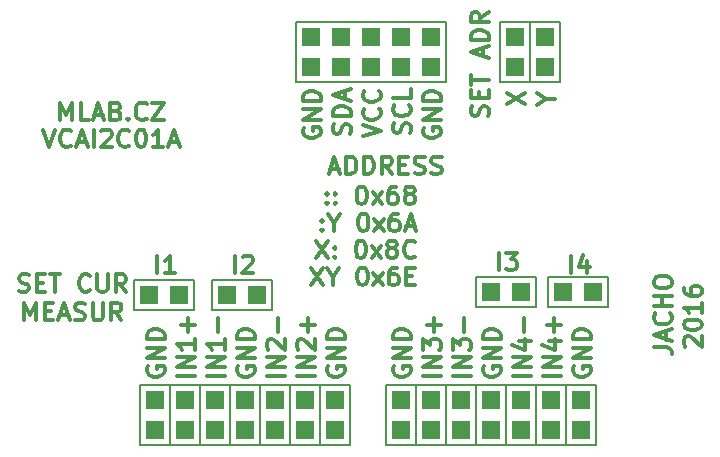
<source format=gbr>
%TF.GenerationSoftware,KiCad,Pcbnew,7.0.5.1-1-g8f565ef7f0-dirty-deb11*%
%TF.CreationDate,2023-07-20T11:09:39+00:00*%
%TF.ProjectId,VCAI2C01,56434149-3243-4303-912e-6b696361645f,rev?*%
%TF.SameCoordinates,Original*%
%TF.FileFunction,Legend,Top*%
%TF.FilePolarity,Positive*%
%FSLAX46Y46*%
G04 Gerber Fmt 4.6, Leading zero omitted, Abs format (unit mm)*
G04 Created by KiCad (PCBNEW 7.0.5.1-1-g8f565ef7f0-dirty-deb11) date 2023-07-20 11:09:39*
%MOMM*%
%LPD*%
G01*
G04 APERTURE LIST*
%ADD10C,0.300000*%
%ADD11C,0.150000*%
%ADD12R,1.524000X1.524000*%
G04 APERTURE END LIST*
D10*
X35785900Y25325144D02*
X35857328Y25539429D01*
X35857328Y25539429D02*
X35857328Y25896572D01*
X35857328Y25896572D02*
X35785900Y26039429D01*
X35785900Y26039429D02*
X35714471Y26110858D01*
X35714471Y26110858D02*
X35571614Y26182287D01*
X35571614Y26182287D02*
X35428757Y26182287D01*
X35428757Y26182287D02*
X35285900Y26110858D01*
X35285900Y26110858D02*
X35214471Y26039429D01*
X35214471Y26039429D02*
X35143042Y25896572D01*
X35143042Y25896572D02*
X35071614Y25610858D01*
X35071614Y25610858D02*
X35000185Y25468001D01*
X35000185Y25468001D02*
X34928757Y25396572D01*
X34928757Y25396572D02*
X34785900Y25325144D01*
X34785900Y25325144D02*
X34643042Y25325144D01*
X34643042Y25325144D02*
X34500185Y25396572D01*
X34500185Y25396572D02*
X34428757Y25468001D01*
X34428757Y25468001D02*
X34357328Y25610858D01*
X34357328Y25610858D02*
X34357328Y25968001D01*
X34357328Y25968001D02*
X34428757Y26182287D01*
X35071614Y26825143D02*
X35071614Y27325143D01*
X35857328Y27539429D02*
X35857328Y26825143D01*
X35857328Y26825143D02*
X34357328Y26825143D01*
X34357328Y26825143D02*
X34357328Y27539429D01*
X34357328Y27968001D02*
X34357328Y28825143D01*
X35857328Y28396572D02*
X34357328Y28396572D01*
X35428757Y30396572D02*
X35428757Y31110857D01*
X35857328Y30253715D02*
X34357328Y30753715D01*
X34357328Y30753715D02*
X35857328Y31253715D01*
X35857328Y31753714D02*
X34357328Y31753714D01*
X34357328Y31753714D02*
X34357328Y32110857D01*
X34357328Y32110857D02*
X34428757Y32325143D01*
X34428757Y32325143D02*
X34571614Y32468000D01*
X34571614Y32468000D02*
X34714471Y32539429D01*
X34714471Y32539429D02*
X35000185Y32610857D01*
X35000185Y32610857D02*
X35214471Y32610857D01*
X35214471Y32610857D02*
X35500185Y32539429D01*
X35500185Y32539429D02*
X35643042Y32468000D01*
X35643042Y32468000D02*
X35785900Y32325143D01*
X35785900Y32325143D02*
X35857328Y32110857D01*
X35857328Y32110857D02*
X35857328Y31753714D01*
X35857328Y34110857D02*
X35143042Y33610857D01*
X35857328Y33253714D02*
X34357328Y33253714D01*
X34357328Y33253714D02*
X34357328Y33825143D01*
X34357328Y33825143D02*
X34428757Y33968000D01*
X34428757Y33968000D02*
X34500185Y34039429D01*
X34500185Y34039429D02*
X34643042Y34110857D01*
X34643042Y34110857D02*
X34857328Y34110857D01*
X34857328Y34110857D02*
X35000185Y34039429D01*
X35000185Y34039429D02*
X35071614Y33968000D01*
X35071614Y33968000D02*
X35143042Y33825143D01*
X35143042Y33825143D02*
X35143042Y33253714D01*
X37405328Y26319654D02*
X38905328Y27319654D01*
X37405328Y27319654D02*
X38905328Y26319654D01*
X6996757Y4134226D02*
X6925328Y3991368D01*
X6925328Y3991368D02*
X6925328Y3777083D01*
X6925328Y3777083D02*
X6996757Y3562797D01*
X6996757Y3562797D02*
X7139614Y3419940D01*
X7139614Y3419940D02*
X7282471Y3348511D01*
X7282471Y3348511D02*
X7568185Y3277083D01*
X7568185Y3277083D02*
X7782471Y3277083D01*
X7782471Y3277083D02*
X8068185Y3348511D01*
X8068185Y3348511D02*
X8211042Y3419940D01*
X8211042Y3419940D02*
X8353900Y3562797D01*
X8353900Y3562797D02*
X8425328Y3777083D01*
X8425328Y3777083D02*
X8425328Y3919940D01*
X8425328Y3919940D02*
X8353900Y4134226D01*
X8353900Y4134226D02*
X8282471Y4205654D01*
X8282471Y4205654D02*
X7782471Y4205654D01*
X7782471Y4205654D02*
X7782471Y3919940D01*
X8425328Y4848511D02*
X6925328Y4848511D01*
X6925328Y4848511D02*
X8425328Y5705654D01*
X8425328Y5705654D02*
X6925328Y5705654D01*
X8425328Y6419940D02*
X6925328Y6419940D01*
X6925328Y6419940D02*
X6925328Y6777083D01*
X6925328Y6777083D02*
X6996757Y6991369D01*
X6996757Y6991369D02*
X7139614Y7134226D01*
X7139614Y7134226D02*
X7282471Y7205655D01*
X7282471Y7205655D02*
X7568185Y7277083D01*
X7568185Y7277083D02*
X7782471Y7277083D01*
X7782471Y7277083D02*
X8068185Y7205655D01*
X8068185Y7205655D02*
X8211042Y7134226D01*
X8211042Y7134226D02*
X8353900Y6991369D01*
X8353900Y6991369D02*
X8425328Y6777083D01*
X8425328Y6777083D02*
X8425328Y6419940D01*
X13505328Y3348511D02*
X12005328Y3348511D01*
X13505328Y4062797D02*
X12005328Y4062797D01*
X12005328Y4062797D02*
X13505328Y4919940D01*
X13505328Y4919940D02*
X12005328Y4919940D01*
X13505328Y6419941D02*
X13505328Y5562798D01*
X13505328Y5991369D02*
X12005328Y5991369D01*
X12005328Y5991369D02*
X12219614Y5848512D01*
X12219614Y5848512D02*
X12362471Y5705655D01*
X12362471Y5705655D02*
X12433900Y5562798D01*
X12933900Y7062797D02*
X12933900Y8205654D01*
X43064757Y4134226D02*
X42993328Y3991368D01*
X42993328Y3991368D02*
X42993328Y3777083D01*
X42993328Y3777083D02*
X43064757Y3562797D01*
X43064757Y3562797D02*
X43207614Y3419940D01*
X43207614Y3419940D02*
X43350471Y3348511D01*
X43350471Y3348511D02*
X43636185Y3277083D01*
X43636185Y3277083D02*
X43850471Y3277083D01*
X43850471Y3277083D02*
X44136185Y3348511D01*
X44136185Y3348511D02*
X44279042Y3419940D01*
X44279042Y3419940D02*
X44421900Y3562797D01*
X44421900Y3562797D02*
X44493328Y3777083D01*
X44493328Y3777083D02*
X44493328Y3919940D01*
X44493328Y3919940D02*
X44421900Y4134226D01*
X44421900Y4134226D02*
X44350471Y4205654D01*
X44350471Y4205654D02*
X43850471Y4205654D01*
X43850471Y4205654D02*
X43850471Y3919940D01*
X44493328Y4848511D02*
X42993328Y4848511D01*
X42993328Y4848511D02*
X44493328Y5705654D01*
X44493328Y5705654D02*
X42993328Y5705654D01*
X44493328Y6419940D02*
X42993328Y6419940D01*
X42993328Y6419940D02*
X42993328Y6777083D01*
X42993328Y6777083D02*
X43064757Y6991369D01*
X43064757Y6991369D02*
X43207614Y7134226D01*
X43207614Y7134226D02*
X43350471Y7205655D01*
X43350471Y7205655D02*
X43636185Y7277083D01*
X43636185Y7277083D02*
X43850471Y7277083D01*
X43850471Y7277083D02*
X44136185Y7205655D01*
X44136185Y7205655D02*
X44279042Y7134226D01*
X44279042Y7134226D02*
X44421900Y6991369D01*
X44421900Y6991369D02*
X44493328Y6777083D01*
X44493328Y6777083D02*
X44493328Y6419940D01*
X21125328Y3348511D02*
X19625328Y3348511D01*
X21125328Y4062797D02*
X19625328Y4062797D01*
X19625328Y4062797D02*
X21125328Y4919940D01*
X21125328Y4919940D02*
X19625328Y4919940D01*
X19768185Y5562798D02*
X19696757Y5634226D01*
X19696757Y5634226D02*
X19625328Y5777083D01*
X19625328Y5777083D02*
X19625328Y6134226D01*
X19625328Y6134226D02*
X19696757Y6277083D01*
X19696757Y6277083D02*
X19768185Y6348512D01*
X19768185Y6348512D02*
X19911042Y6419941D01*
X19911042Y6419941D02*
X20053900Y6419941D01*
X20053900Y6419941D02*
X20268185Y6348512D01*
X20268185Y6348512D02*
X21125328Y5491369D01*
X21125328Y5491369D02*
X21125328Y6419941D01*
X20553900Y7062797D02*
X20553900Y8205654D01*
X21125328Y7634226D02*
X19982471Y7634226D01*
X31793328Y3348511D02*
X30293328Y3348511D01*
X31793328Y4062797D02*
X30293328Y4062797D01*
X30293328Y4062797D02*
X31793328Y4919940D01*
X31793328Y4919940D02*
X30293328Y4919940D01*
X30293328Y5491369D02*
X30293328Y6419941D01*
X30293328Y6419941D02*
X30864757Y5919941D01*
X30864757Y5919941D02*
X30864757Y6134226D01*
X30864757Y6134226D02*
X30936185Y6277083D01*
X30936185Y6277083D02*
X31007614Y6348512D01*
X31007614Y6348512D02*
X31150471Y6419941D01*
X31150471Y6419941D02*
X31507614Y6419941D01*
X31507614Y6419941D02*
X31650471Y6348512D01*
X31650471Y6348512D02*
X31721900Y6277083D01*
X31721900Y6277083D02*
X31793328Y6134226D01*
X31793328Y6134226D02*
X31793328Y5705655D01*
X31793328Y5705655D02*
X31721900Y5562798D01*
X31721900Y5562798D02*
X31650471Y5491369D01*
X31221900Y7062797D02*
X31221900Y8205654D01*
X31793328Y7634226D02*
X30650471Y7634226D01*
X30364757Y24314061D02*
X30293328Y24171203D01*
X30293328Y24171203D02*
X30293328Y23956918D01*
X30293328Y23956918D02*
X30364757Y23742632D01*
X30364757Y23742632D02*
X30507614Y23599775D01*
X30507614Y23599775D02*
X30650471Y23528346D01*
X30650471Y23528346D02*
X30936185Y23456918D01*
X30936185Y23456918D02*
X31150471Y23456918D01*
X31150471Y23456918D02*
X31436185Y23528346D01*
X31436185Y23528346D02*
X31579042Y23599775D01*
X31579042Y23599775D02*
X31721900Y23742632D01*
X31721900Y23742632D02*
X31793328Y23956918D01*
X31793328Y23956918D02*
X31793328Y24099775D01*
X31793328Y24099775D02*
X31721900Y24314061D01*
X31721900Y24314061D02*
X31650471Y24385489D01*
X31650471Y24385489D02*
X31150471Y24385489D01*
X31150471Y24385489D02*
X31150471Y24099775D01*
X31793328Y25028346D02*
X30293328Y25028346D01*
X30293328Y25028346D02*
X31793328Y25885489D01*
X31793328Y25885489D02*
X30293328Y25885489D01*
X31793328Y26599775D02*
X30293328Y26599775D01*
X30293328Y26599775D02*
X30293328Y26956918D01*
X30293328Y26956918D02*
X30364757Y27171204D01*
X30364757Y27171204D02*
X30507614Y27314061D01*
X30507614Y27314061D02*
X30650471Y27385490D01*
X30650471Y27385490D02*
X30936185Y27456918D01*
X30936185Y27456918D02*
X31150471Y27456918D01*
X31150471Y27456918D02*
X31436185Y27385490D01*
X31436185Y27385490D02*
X31579042Y27314061D01*
X31579042Y27314061D02*
X31721900Y27171204D01*
X31721900Y27171204D02*
X31793328Y26956918D01*
X31793328Y26956918D02*
X31793328Y26599775D01*
X42846714Y12021672D02*
X42846714Y13521672D01*
X44203858Y13021672D02*
X44203858Y12021672D01*
X43846715Y13593100D02*
X43489572Y12521672D01*
X43489572Y12521672D02*
X44418143Y12521672D01*
X24101900Y23814062D02*
X24173328Y24028347D01*
X24173328Y24028347D02*
X24173328Y24385490D01*
X24173328Y24385490D02*
X24101900Y24528347D01*
X24101900Y24528347D02*
X24030471Y24599776D01*
X24030471Y24599776D02*
X23887614Y24671205D01*
X23887614Y24671205D02*
X23744757Y24671205D01*
X23744757Y24671205D02*
X23601900Y24599776D01*
X23601900Y24599776D02*
X23530471Y24528347D01*
X23530471Y24528347D02*
X23459042Y24385490D01*
X23459042Y24385490D02*
X23387614Y24099776D01*
X23387614Y24099776D02*
X23316185Y23956919D01*
X23316185Y23956919D02*
X23244757Y23885490D01*
X23244757Y23885490D02*
X23101900Y23814062D01*
X23101900Y23814062D02*
X22959042Y23814062D01*
X22959042Y23814062D02*
X22816185Y23885490D01*
X22816185Y23885490D02*
X22744757Y23956919D01*
X22744757Y23956919D02*
X22673328Y24099776D01*
X22673328Y24099776D02*
X22673328Y24456919D01*
X22673328Y24456919D02*
X22744757Y24671205D01*
X24173328Y25314061D02*
X22673328Y25314061D01*
X22673328Y25314061D02*
X22673328Y25671204D01*
X22673328Y25671204D02*
X22744757Y25885490D01*
X22744757Y25885490D02*
X22887614Y26028347D01*
X22887614Y26028347D02*
X23030471Y26099776D01*
X23030471Y26099776D02*
X23316185Y26171204D01*
X23316185Y26171204D02*
X23530471Y26171204D01*
X23530471Y26171204D02*
X23816185Y26099776D01*
X23816185Y26099776D02*
X23959042Y26028347D01*
X23959042Y26028347D02*
X24101900Y25885490D01*
X24101900Y25885490D02*
X24173328Y25671204D01*
X24173328Y25671204D02*
X24173328Y25314061D01*
X23744757Y26742633D02*
X23744757Y27456918D01*
X24173328Y26599776D02*
X22673328Y27099776D01*
X22673328Y27099776D02*
X24173328Y27599776D01*
X35444757Y4134226D02*
X35373328Y3991368D01*
X35373328Y3991368D02*
X35373328Y3777083D01*
X35373328Y3777083D02*
X35444757Y3562797D01*
X35444757Y3562797D02*
X35587614Y3419940D01*
X35587614Y3419940D02*
X35730471Y3348511D01*
X35730471Y3348511D02*
X36016185Y3277083D01*
X36016185Y3277083D02*
X36230471Y3277083D01*
X36230471Y3277083D02*
X36516185Y3348511D01*
X36516185Y3348511D02*
X36659042Y3419940D01*
X36659042Y3419940D02*
X36801900Y3562797D01*
X36801900Y3562797D02*
X36873328Y3777083D01*
X36873328Y3777083D02*
X36873328Y3919940D01*
X36873328Y3919940D02*
X36801900Y4134226D01*
X36801900Y4134226D02*
X36730471Y4205654D01*
X36730471Y4205654D02*
X36230471Y4205654D01*
X36230471Y4205654D02*
X36230471Y3919940D01*
X36873328Y4848511D02*
X35373328Y4848511D01*
X35373328Y4848511D02*
X36873328Y5705654D01*
X36873328Y5705654D02*
X35373328Y5705654D01*
X36873328Y6419940D02*
X35373328Y6419940D01*
X35373328Y6419940D02*
X35373328Y6777083D01*
X35373328Y6777083D02*
X35444757Y6991369D01*
X35444757Y6991369D02*
X35587614Y7134226D01*
X35587614Y7134226D02*
X35730471Y7205655D01*
X35730471Y7205655D02*
X36016185Y7277083D01*
X36016185Y7277083D02*
X36230471Y7277083D01*
X36230471Y7277083D02*
X36516185Y7205655D01*
X36516185Y7205655D02*
X36659042Y7134226D01*
X36659042Y7134226D02*
X36801900Y6991369D01*
X36801900Y6991369D02*
X36873328Y6777083D01*
X36873328Y6777083D02*
X36873328Y6419940D01*
X27824757Y4134226D02*
X27753328Y3991368D01*
X27753328Y3991368D02*
X27753328Y3777083D01*
X27753328Y3777083D02*
X27824757Y3562797D01*
X27824757Y3562797D02*
X27967614Y3419940D01*
X27967614Y3419940D02*
X28110471Y3348511D01*
X28110471Y3348511D02*
X28396185Y3277083D01*
X28396185Y3277083D02*
X28610471Y3277083D01*
X28610471Y3277083D02*
X28896185Y3348511D01*
X28896185Y3348511D02*
X29039042Y3419940D01*
X29039042Y3419940D02*
X29181900Y3562797D01*
X29181900Y3562797D02*
X29253328Y3777083D01*
X29253328Y3777083D02*
X29253328Y3919940D01*
X29253328Y3919940D02*
X29181900Y4134226D01*
X29181900Y4134226D02*
X29110471Y4205654D01*
X29110471Y4205654D02*
X28610471Y4205654D01*
X28610471Y4205654D02*
X28610471Y3919940D01*
X29253328Y4848511D02*
X27753328Y4848511D01*
X27753328Y4848511D02*
X29253328Y5705654D01*
X29253328Y5705654D02*
X27753328Y5705654D01*
X29253328Y6419940D02*
X27753328Y6419940D01*
X27753328Y6419940D02*
X27753328Y6777083D01*
X27753328Y6777083D02*
X27824757Y6991369D01*
X27824757Y6991369D02*
X27967614Y7134226D01*
X27967614Y7134226D02*
X28110471Y7205655D01*
X28110471Y7205655D02*
X28396185Y7277083D01*
X28396185Y7277083D02*
X28610471Y7277083D01*
X28610471Y7277083D02*
X28896185Y7205655D01*
X28896185Y7205655D02*
X29039042Y7134226D01*
X29039042Y7134226D02*
X29181900Y6991369D01*
X29181900Y6991369D02*
X29253328Y6777083D01*
X29253328Y6777083D02*
X29253328Y6419940D01*
X40731042Y26748226D02*
X41445328Y26748226D01*
X39945328Y26248226D02*
X40731042Y26748226D01*
X40731042Y26748226D02*
X39945328Y27248226D01*
X29181900Y23885490D02*
X29253328Y24099775D01*
X29253328Y24099775D02*
X29253328Y24456918D01*
X29253328Y24456918D02*
X29181900Y24599775D01*
X29181900Y24599775D02*
X29110471Y24671204D01*
X29110471Y24671204D02*
X28967614Y24742633D01*
X28967614Y24742633D02*
X28824757Y24742633D01*
X28824757Y24742633D02*
X28681900Y24671204D01*
X28681900Y24671204D02*
X28610471Y24599775D01*
X28610471Y24599775D02*
X28539042Y24456918D01*
X28539042Y24456918D02*
X28467614Y24171204D01*
X28467614Y24171204D02*
X28396185Y24028347D01*
X28396185Y24028347D02*
X28324757Y23956918D01*
X28324757Y23956918D02*
X28181900Y23885490D01*
X28181900Y23885490D02*
X28039042Y23885490D01*
X28039042Y23885490D02*
X27896185Y23956918D01*
X27896185Y23956918D02*
X27824757Y24028347D01*
X27824757Y24028347D02*
X27753328Y24171204D01*
X27753328Y24171204D02*
X27753328Y24528347D01*
X27753328Y24528347D02*
X27824757Y24742633D01*
X29110471Y26242632D02*
X29181900Y26171204D01*
X29181900Y26171204D02*
X29253328Y25956918D01*
X29253328Y25956918D02*
X29253328Y25814061D01*
X29253328Y25814061D02*
X29181900Y25599775D01*
X29181900Y25599775D02*
X29039042Y25456918D01*
X29039042Y25456918D02*
X28896185Y25385489D01*
X28896185Y25385489D02*
X28610471Y25314061D01*
X28610471Y25314061D02*
X28396185Y25314061D01*
X28396185Y25314061D02*
X28110471Y25385489D01*
X28110471Y25385489D02*
X27967614Y25456918D01*
X27967614Y25456918D02*
X27824757Y25599775D01*
X27824757Y25599775D02*
X27753328Y25814061D01*
X27753328Y25814061D02*
X27753328Y25956918D01*
X27753328Y25956918D02*
X27824757Y26171204D01*
X27824757Y26171204D02*
X27896185Y26242632D01*
X29253328Y27599775D02*
X29253328Y26885489D01*
X29253328Y26885489D02*
X27753328Y26885489D01*
X36750714Y12275672D02*
X36750714Y13775672D01*
X37322143Y13775672D02*
X38250715Y13775672D01*
X38250715Y13775672D02*
X37750715Y13204243D01*
X37750715Y13204243D02*
X37965000Y13204243D01*
X37965000Y13204243D02*
X38107858Y13132815D01*
X38107858Y13132815D02*
X38179286Y13061386D01*
X38179286Y13061386D02*
X38250715Y12918529D01*
X38250715Y12918529D02*
X38250715Y12561386D01*
X38250715Y12561386D02*
X38179286Y12418529D01*
X38179286Y12418529D02*
X38107858Y12347100D01*
X38107858Y12347100D02*
X37965000Y12275672D01*
X37965000Y12275672D02*
X37536429Y12275672D01*
X37536429Y12275672D02*
X37393572Y12347100D01*
X37393572Y12347100D02*
X37322143Y12418529D01*
X-1848713Y24189672D02*
X-1348713Y22689672D01*
X-1348713Y22689672D02*
X-848713Y24189672D01*
X508429Y22832529D02*
X437001Y22761100D01*
X437001Y22761100D02*
X222715Y22689672D01*
X222715Y22689672D02*
X79858Y22689672D01*
X79858Y22689672D02*
X-134428Y22761100D01*
X-134428Y22761100D02*
X-277285Y22903958D01*
X-277285Y22903958D02*
X-348714Y23046815D01*
X-348714Y23046815D02*
X-420142Y23332529D01*
X-420142Y23332529D02*
X-420142Y23546815D01*
X-420142Y23546815D02*
X-348714Y23832529D01*
X-348714Y23832529D02*
X-277285Y23975386D01*
X-277285Y23975386D02*
X-134428Y24118243D01*
X-134428Y24118243D02*
X79858Y24189672D01*
X79858Y24189672D02*
X222715Y24189672D01*
X222715Y24189672D02*
X437001Y24118243D01*
X437001Y24118243D02*
X508429Y24046815D01*
X1079858Y23118243D02*
X1794144Y23118243D01*
X937001Y22689672D02*
X1437001Y24189672D01*
X1437001Y24189672D02*
X1937001Y22689672D01*
X2437000Y22689672D02*
X2437000Y24189672D01*
X3079858Y24046815D02*
X3151286Y24118243D01*
X3151286Y24118243D02*
X3294144Y24189672D01*
X3294144Y24189672D02*
X3651286Y24189672D01*
X3651286Y24189672D02*
X3794144Y24118243D01*
X3794144Y24118243D02*
X3865572Y24046815D01*
X3865572Y24046815D02*
X3937001Y23903958D01*
X3937001Y23903958D02*
X3937001Y23761100D01*
X3937001Y23761100D02*
X3865572Y23546815D01*
X3865572Y23546815D02*
X3008429Y22689672D01*
X3008429Y22689672D02*
X3937001Y22689672D01*
X5437000Y22832529D02*
X5365572Y22761100D01*
X5365572Y22761100D02*
X5151286Y22689672D01*
X5151286Y22689672D02*
X5008429Y22689672D01*
X5008429Y22689672D02*
X4794143Y22761100D01*
X4794143Y22761100D02*
X4651286Y22903958D01*
X4651286Y22903958D02*
X4579857Y23046815D01*
X4579857Y23046815D02*
X4508429Y23332529D01*
X4508429Y23332529D02*
X4508429Y23546815D01*
X4508429Y23546815D02*
X4579857Y23832529D01*
X4579857Y23832529D02*
X4651286Y23975386D01*
X4651286Y23975386D02*
X4794143Y24118243D01*
X4794143Y24118243D02*
X5008429Y24189672D01*
X5008429Y24189672D02*
X5151286Y24189672D01*
X5151286Y24189672D02*
X5365572Y24118243D01*
X5365572Y24118243D02*
X5437000Y24046815D01*
X6365572Y24189672D02*
X6508429Y24189672D01*
X6508429Y24189672D02*
X6651286Y24118243D01*
X6651286Y24118243D02*
X6722715Y24046815D01*
X6722715Y24046815D02*
X6794143Y23903958D01*
X6794143Y23903958D02*
X6865572Y23618243D01*
X6865572Y23618243D02*
X6865572Y23261100D01*
X6865572Y23261100D02*
X6794143Y22975386D01*
X6794143Y22975386D02*
X6722715Y22832529D01*
X6722715Y22832529D02*
X6651286Y22761100D01*
X6651286Y22761100D02*
X6508429Y22689672D01*
X6508429Y22689672D02*
X6365572Y22689672D01*
X6365572Y22689672D02*
X6222715Y22761100D01*
X6222715Y22761100D02*
X6151286Y22832529D01*
X6151286Y22832529D02*
X6079857Y22975386D01*
X6079857Y22975386D02*
X6008429Y23261100D01*
X6008429Y23261100D02*
X6008429Y23618243D01*
X6008429Y23618243D02*
X6079857Y23903958D01*
X6079857Y23903958D02*
X6151286Y24046815D01*
X6151286Y24046815D02*
X6222715Y24118243D01*
X6222715Y24118243D02*
X6365572Y24189672D01*
X8294143Y22689672D02*
X7437000Y22689672D01*
X7865571Y22689672D02*
X7865571Y24189672D01*
X7865571Y24189672D02*
X7722714Y23975386D01*
X7722714Y23975386D02*
X7579857Y23832529D01*
X7579857Y23832529D02*
X7437000Y23761100D01*
X8865571Y23118243D02*
X9579857Y23118243D01*
X8722714Y22689672D02*
X9222714Y24189672D01*
X9222714Y24189672D02*
X9722714Y22689672D01*
X22236757Y4134226D02*
X22165328Y3991368D01*
X22165328Y3991368D02*
X22165328Y3777083D01*
X22165328Y3777083D02*
X22236757Y3562797D01*
X22236757Y3562797D02*
X22379614Y3419940D01*
X22379614Y3419940D02*
X22522471Y3348511D01*
X22522471Y3348511D02*
X22808185Y3277083D01*
X22808185Y3277083D02*
X23022471Y3277083D01*
X23022471Y3277083D02*
X23308185Y3348511D01*
X23308185Y3348511D02*
X23451042Y3419940D01*
X23451042Y3419940D02*
X23593900Y3562797D01*
X23593900Y3562797D02*
X23665328Y3777083D01*
X23665328Y3777083D02*
X23665328Y3919940D01*
X23665328Y3919940D02*
X23593900Y4134226D01*
X23593900Y4134226D02*
X23522471Y4205654D01*
X23522471Y4205654D02*
X23022471Y4205654D01*
X23022471Y4205654D02*
X23022471Y3919940D01*
X23665328Y4848511D02*
X22165328Y4848511D01*
X22165328Y4848511D02*
X23665328Y5705654D01*
X23665328Y5705654D02*
X22165328Y5705654D01*
X23665328Y6419940D02*
X22165328Y6419940D01*
X22165328Y6419940D02*
X22165328Y6777083D01*
X22165328Y6777083D02*
X22236757Y6991369D01*
X22236757Y6991369D02*
X22379614Y7134226D01*
X22379614Y7134226D02*
X22522471Y7205655D01*
X22522471Y7205655D02*
X22808185Y7277083D01*
X22808185Y7277083D02*
X23022471Y7277083D01*
X23022471Y7277083D02*
X23308185Y7205655D01*
X23308185Y7205655D02*
X23451042Y7134226D01*
X23451042Y7134226D02*
X23593900Y6991369D01*
X23593900Y6991369D02*
X23665328Y6777083D01*
X23665328Y6777083D02*
X23665328Y6419940D01*
X10965328Y3348511D02*
X9465328Y3348511D01*
X10965328Y4062797D02*
X9465328Y4062797D01*
X9465328Y4062797D02*
X10965328Y4919940D01*
X10965328Y4919940D02*
X9465328Y4919940D01*
X10965328Y6419941D02*
X10965328Y5562798D01*
X10965328Y5991369D02*
X9465328Y5991369D01*
X9465328Y5991369D02*
X9679614Y5848512D01*
X9679614Y5848512D02*
X9822471Y5705655D01*
X9822471Y5705655D02*
X9893900Y5562798D01*
X10393900Y7062797D02*
X10393900Y8205654D01*
X10965328Y7634226D02*
X9822471Y7634226D01*
X7794714Y12021672D02*
X7794714Y13521672D01*
X9294715Y12021672D02*
X8437572Y12021672D01*
X8866143Y12021672D02*
X8866143Y13521672D01*
X8866143Y13521672D02*
X8723286Y13307386D01*
X8723286Y13307386D02*
X8580429Y13164529D01*
X8580429Y13164529D02*
X8437572Y13093100D01*
X21758775Y15720529D02*
X21830204Y15649100D01*
X21830204Y15649100D02*
X21758775Y15577672D01*
X21758775Y15577672D02*
X21687347Y15649100D01*
X21687347Y15649100D02*
X21758775Y15720529D01*
X21758775Y15720529D02*
X21758775Y15577672D01*
X21758775Y16506243D02*
X21830204Y16434815D01*
X21830204Y16434815D02*
X21758775Y16363386D01*
X21758775Y16363386D02*
X21687347Y16434815D01*
X21687347Y16434815D02*
X21758775Y16506243D01*
X21758775Y16506243D02*
X21758775Y16363386D01*
X22758776Y16291958D02*
X22758776Y15577672D01*
X22258776Y17077672D02*
X22758776Y16291958D01*
X22758776Y16291958D02*
X23258776Y17077672D01*
X25187347Y17077672D02*
X25330204Y17077672D01*
X25330204Y17077672D02*
X25473061Y17006243D01*
X25473061Y17006243D02*
X25544490Y16934815D01*
X25544490Y16934815D02*
X25615918Y16791958D01*
X25615918Y16791958D02*
X25687347Y16506243D01*
X25687347Y16506243D02*
X25687347Y16149100D01*
X25687347Y16149100D02*
X25615918Y15863386D01*
X25615918Y15863386D02*
X25544490Y15720529D01*
X25544490Y15720529D02*
X25473061Y15649100D01*
X25473061Y15649100D02*
X25330204Y15577672D01*
X25330204Y15577672D02*
X25187347Y15577672D01*
X25187347Y15577672D02*
X25044490Y15649100D01*
X25044490Y15649100D02*
X24973061Y15720529D01*
X24973061Y15720529D02*
X24901632Y15863386D01*
X24901632Y15863386D02*
X24830204Y16149100D01*
X24830204Y16149100D02*
X24830204Y16506243D01*
X24830204Y16506243D02*
X24901632Y16791958D01*
X24901632Y16791958D02*
X24973061Y16934815D01*
X24973061Y16934815D02*
X25044490Y17006243D01*
X25044490Y17006243D02*
X25187347Y17077672D01*
X26187346Y15577672D02*
X26973061Y16577672D01*
X26187346Y16577672D02*
X26973061Y15577672D01*
X28187347Y17077672D02*
X27901632Y17077672D01*
X27901632Y17077672D02*
X27758775Y17006243D01*
X27758775Y17006243D02*
X27687347Y16934815D01*
X27687347Y16934815D02*
X27544489Y16720529D01*
X27544489Y16720529D02*
X27473061Y16434815D01*
X27473061Y16434815D02*
X27473061Y15863386D01*
X27473061Y15863386D02*
X27544489Y15720529D01*
X27544489Y15720529D02*
X27615918Y15649100D01*
X27615918Y15649100D02*
X27758775Y15577672D01*
X27758775Y15577672D02*
X28044489Y15577672D01*
X28044489Y15577672D02*
X28187347Y15649100D01*
X28187347Y15649100D02*
X28258775Y15720529D01*
X28258775Y15720529D02*
X28330204Y15863386D01*
X28330204Y15863386D02*
X28330204Y16220529D01*
X28330204Y16220529D02*
X28258775Y16363386D01*
X28258775Y16363386D02*
X28187347Y16434815D01*
X28187347Y16434815D02*
X28044489Y16506243D01*
X28044489Y16506243D02*
X27758775Y16506243D01*
X27758775Y16506243D02*
X27615918Y16434815D01*
X27615918Y16434815D02*
X27544489Y16363386D01*
X27544489Y16363386D02*
X27473061Y16220529D01*
X28901632Y16006243D02*
X29615918Y16006243D01*
X28758775Y15577672D02*
X29258775Y17077672D01*
X29258775Y17077672D02*
X29758775Y15577672D01*
X34333328Y3348511D02*
X32833328Y3348511D01*
X34333328Y4062797D02*
X32833328Y4062797D01*
X32833328Y4062797D02*
X34333328Y4919940D01*
X34333328Y4919940D02*
X32833328Y4919940D01*
X32833328Y5491369D02*
X32833328Y6419941D01*
X32833328Y6419941D02*
X33404757Y5919941D01*
X33404757Y5919941D02*
X33404757Y6134226D01*
X33404757Y6134226D02*
X33476185Y6277083D01*
X33476185Y6277083D02*
X33547614Y6348512D01*
X33547614Y6348512D02*
X33690471Y6419941D01*
X33690471Y6419941D02*
X34047614Y6419941D01*
X34047614Y6419941D02*
X34190471Y6348512D01*
X34190471Y6348512D02*
X34261900Y6277083D01*
X34261900Y6277083D02*
X34333328Y6134226D01*
X34333328Y6134226D02*
X34333328Y5705655D01*
X34333328Y5705655D02*
X34261900Y5562798D01*
X34261900Y5562798D02*
X34190471Y5491369D01*
X33761900Y7062797D02*
X33761900Y8205654D01*
X-384429Y24975672D02*
X-384429Y26475672D01*
X-384429Y26475672D02*
X115571Y25404243D01*
X115571Y25404243D02*
X615571Y26475672D01*
X615571Y26475672D02*
X615571Y24975672D01*
X2044143Y24975672D02*
X1329857Y24975672D01*
X1329857Y24975672D02*
X1329857Y26475672D01*
X2472715Y25404243D02*
X3187001Y25404243D01*
X2329858Y24975672D02*
X2829858Y26475672D01*
X2829858Y26475672D02*
X3329858Y24975672D01*
X4329857Y25761386D02*
X4544143Y25689958D01*
X4544143Y25689958D02*
X4615572Y25618529D01*
X4615572Y25618529D02*
X4687000Y25475672D01*
X4687000Y25475672D02*
X4687000Y25261386D01*
X4687000Y25261386D02*
X4615572Y25118529D01*
X4615572Y25118529D02*
X4544143Y25047100D01*
X4544143Y25047100D02*
X4401286Y24975672D01*
X4401286Y24975672D02*
X3829857Y24975672D01*
X3829857Y24975672D02*
X3829857Y26475672D01*
X3829857Y26475672D02*
X4329857Y26475672D01*
X4329857Y26475672D02*
X4472715Y26404243D01*
X4472715Y26404243D02*
X4544143Y26332815D01*
X4544143Y26332815D02*
X4615572Y26189958D01*
X4615572Y26189958D02*
X4615572Y26047100D01*
X4615572Y26047100D02*
X4544143Y25904243D01*
X4544143Y25904243D02*
X4472715Y25832815D01*
X4472715Y25832815D02*
X4329857Y25761386D01*
X4329857Y25761386D02*
X3829857Y25761386D01*
X5329857Y25118529D02*
X5401286Y25047100D01*
X5401286Y25047100D02*
X5329857Y24975672D01*
X5329857Y24975672D02*
X5258429Y25047100D01*
X5258429Y25047100D02*
X5329857Y25118529D01*
X5329857Y25118529D02*
X5329857Y24975672D01*
X6901286Y25118529D02*
X6829858Y25047100D01*
X6829858Y25047100D02*
X6615572Y24975672D01*
X6615572Y24975672D02*
X6472715Y24975672D01*
X6472715Y24975672D02*
X6258429Y25047100D01*
X6258429Y25047100D02*
X6115572Y25189958D01*
X6115572Y25189958D02*
X6044143Y25332815D01*
X6044143Y25332815D02*
X5972715Y25618529D01*
X5972715Y25618529D02*
X5972715Y25832815D01*
X5972715Y25832815D02*
X6044143Y26118529D01*
X6044143Y26118529D02*
X6115572Y26261386D01*
X6115572Y26261386D02*
X6258429Y26404243D01*
X6258429Y26404243D02*
X6472715Y26475672D01*
X6472715Y26475672D02*
X6615572Y26475672D01*
X6615572Y26475672D02*
X6829858Y26404243D01*
X6829858Y26404243D02*
X6901286Y26332815D01*
X7401286Y26475672D02*
X8401286Y26475672D01*
X8401286Y26475672D02*
X7401286Y24975672D01*
X7401286Y24975672D02*
X8401286Y24975672D01*
X49851328Y5759001D02*
X50922757Y5759001D01*
X50922757Y5759001D02*
X51137042Y5687572D01*
X51137042Y5687572D02*
X51279900Y5544715D01*
X51279900Y5544715D02*
X51351328Y5330429D01*
X51351328Y5330429D02*
X51351328Y5187572D01*
X50922757Y6401858D02*
X50922757Y7116143D01*
X51351328Y6259001D02*
X49851328Y6759001D01*
X49851328Y6759001D02*
X51351328Y7259001D01*
X51208471Y8616143D02*
X51279900Y8544715D01*
X51279900Y8544715D02*
X51351328Y8330429D01*
X51351328Y8330429D02*
X51351328Y8187572D01*
X51351328Y8187572D02*
X51279900Y7973286D01*
X51279900Y7973286D02*
X51137042Y7830429D01*
X51137042Y7830429D02*
X50994185Y7759000D01*
X50994185Y7759000D02*
X50708471Y7687572D01*
X50708471Y7687572D02*
X50494185Y7687572D01*
X50494185Y7687572D02*
X50208471Y7759000D01*
X50208471Y7759000D02*
X50065614Y7830429D01*
X50065614Y7830429D02*
X49922757Y7973286D01*
X49922757Y7973286D02*
X49851328Y8187572D01*
X49851328Y8187572D02*
X49851328Y8330429D01*
X49851328Y8330429D02*
X49922757Y8544715D01*
X49922757Y8544715D02*
X49994185Y8616143D01*
X51351328Y9259000D02*
X49851328Y9259000D01*
X50565614Y9259000D02*
X50565614Y10116143D01*
X51351328Y10116143D02*
X49851328Y10116143D01*
X49851328Y11116144D02*
X49851328Y11401858D01*
X49851328Y11401858D02*
X49922757Y11544715D01*
X49922757Y11544715D02*
X50065614Y11687572D01*
X50065614Y11687572D02*
X50351328Y11759001D01*
X50351328Y11759001D02*
X50851328Y11759001D01*
X50851328Y11759001D02*
X51137042Y11687572D01*
X51137042Y11687572D02*
X51279900Y11544715D01*
X51279900Y11544715D02*
X51351328Y11401858D01*
X51351328Y11401858D02*
X51351328Y11116144D01*
X51351328Y11116144D02*
X51279900Y10973286D01*
X51279900Y10973286D02*
X51137042Y10830429D01*
X51137042Y10830429D02*
X50851328Y10759001D01*
X50851328Y10759001D02*
X50351328Y10759001D01*
X50351328Y10759001D02*
X50065614Y10830429D01*
X50065614Y10830429D02*
X49922757Y10973286D01*
X49922757Y10973286D02*
X49851328Y11116144D01*
X14398714Y12021672D02*
X14398714Y13521672D01*
X15041572Y13378815D02*
X15113000Y13450243D01*
X15113000Y13450243D02*
X15255858Y13521672D01*
X15255858Y13521672D02*
X15613000Y13521672D01*
X15613000Y13521672D02*
X15755858Y13450243D01*
X15755858Y13450243D02*
X15827286Y13378815D01*
X15827286Y13378815D02*
X15898715Y13235958D01*
X15898715Y13235958D02*
X15898715Y13093100D01*
X15898715Y13093100D02*
X15827286Y12878815D01*
X15827286Y12878815D02*
X14970143Y12021672D01*
X14970143Y12021672D02*
X15898715Y12021672D01*
X22187346Y18006529D02*
X22258775Y17935100D01*
X22258775Y17935100D02*
X22187346Y17863672D01*
X22187346Y17863672D02*
X22115918Y17935100D01*
X22115918Y17935100D02*
X22187346Y18006529D01*
X22187346Y18006529D02*
X22187346Y17863672D01*
X22187346Y18792243D02*
X22258775Y18720815D01*
X22258775Y18720815D02*
X22187346Y18649386D01*
X22187346Y18649386D02*
X22115918Y18720815D01*
X22115918Y18720815D02*
X22187346Y18792243D01*
X22187346Y18792243D02*
X22187346Y18649386D01*
X22901632Y18006529D02*
X22973061Y17935100D01*
X22973061Y17935100D02*
X22901632Y17863672D01*
X22901632Y17863672D02*
X22830204Y17935100D01*
X22830204Y17935100D02*
X22901632Y18006529D01*
X22901632Y18006529D02*
X22901632Y17863672D01*
X22901632Y18792243D02*
X22973061Y18720815D01*
X22973061Y18720815D02*
X22901632Y18649386D01*
X22901632Y18649386D02*
X22830204Y18720815D01*
X22830204Y18720815D02*
X22901632Y18792243D01*
X22901632Y18792243D02*
X22901632Y18649386D01*
X25044490Y19363672D02*
X25187347Y19363672D01*
X25187347Y19363672D02*
X25330204Y19292243D01*
X25330204Y19292243D02*
X25401633Y19220815D01*
X25401633Y19220815D02*
X25473061Y19077958D01*
X25473061Y19077958D02*
X25544490Y18792243D01*
X25544490Y18792243D02*
X25544490Y18435100D01*
X25544490Y18435100D02*
X25473061Y18149386D01*
X25473061Y18149386D02*
X25401633Y18006529D01*
X25401633Y18006529D02*
X25330204Y17935100D01*
X25330204Y17935100D02*
X25187347Y17863672D01*
X25187347Y17863672D02*
X25044490Y17863672D01*
X25044490Y17863672D02*
X24901633Y17935100D01*
X24901633Y17935100D02*
X24830204Y18006529D01*
X24830204Y18006529D02*
X24758775Y18149386D01*
X24758775Y18149386D02*
X24687347Y18435100D01*
X24687347Y18435100D02*
X24687347Y18792243D01*
X24687347Y18792243D02*
X24758775Y19077958D01*
X24758775Y19077958D02*
X24830204Y19220815D01*
X24830204Y19220815D02*
X24901633Y19292243D01*
X24901633Y19292243D02*
X25044490Y19363672D01*
X26044489Y17863672D02*
X26830204Y18863672D01*
X26044489Y18863672D02*
X26830204Y17863672D01*
X28044490Y19363672D02*
X27758775Y19363672D01*
X27758775Y19363672D02*
X27615918Y19292243D01*
X27615918Y19292243D02*
X27544490Y19220815D01*
X27544490Y19220815D02*
X27401632Y19006529D01*
X27401632Y19006529D02*
X27330204Y18720815D01*
X27330204Y18720815D02*
X27330204Y18149386D01*
X27330204Y18149386D02*
X27401632Y18006529D01*
X27401632Y18006529D02*
X27473061Y17935100D01*
X27473061Y17935100D02*
X27615918Y17863672D01*
X27615918Y17863672D02*
X27901632Y17863672D01*
X27901632Y17863672D02*
X28044490Y17935100D01*
X28044490Y17935100D02*
X28115918Y18006529D01*
X28115918Y18006529D02*
X28187347Y18149386D01*
X28187347Y18149386D02*
X28187347Y18506529D01*
X28187347Y18506529D02*
X28115918Y18649386D01*
X28115918Y18649386D02*
X28044490Y18720815D01*
X28044490Y18720815D02*
X27901632Y18792243D01*
X27901632Y18792243D02*
X27615918Y18792243D01*
X27615918Y18792243D02*
X27473061Y18720815D01*
X27473061Y18720815D02*
X27401632Y18649386D01*
X27401632Y18649386D02*
X27330204Y18506529D01*
X29044489Y18720815D02*
X28901632Y18792243D01*
X28901632Y18792243D02*
X28830203Y18863672D01*
X28830203Y18863672D02*
X28758775Y19006529D01*
X28758775Y19006529D02*
X28758775Y19077958D01*
X28758775Y19077958D02*
X28830203Y19220815D01*
X28830203Y19220815D02*
X28901632Y19292243D01*
X28901632Y19292243D02*
X29044489Y19363672D01*
X29044489Y19363672D02*
X29330203Y19363672D01*
X29330203Y19363672D02*
X29473061Y19292243D01*
X29473061Y19292243D02*
X29544489Y19220815D01*
X29544489Y19220815D02*
X29615918Y19077958D01*
X29615918Y19077958D02*
X29615918Y19006529D01*
X29615918Y19006529D02*
X29544489Y18863672D01*
X29544489Y18863672D02*
X29473061Y18792243D01*
X29473061Y18792243D02*
X29330203Y18720815D01*
X29330203Y18720815D02*
X29044489Y18720815D01*
X29044489Y18720815D02*
X28901632Y18649386D01*
X28901632Y18649386D02*
X28830203Y18577958D01*
X28830203Y18577958D02*
X28758775Y18435100D01*
X28758775Y18435100D02*
X28758775Y18149386D01*
X28758775Y18149386D02*
X28830203Y18006529D01*
X28830203Y18006529D02*
X28901632Y17935100D01*
X28901632Y17935100D02*
X29044489Y17863672D01*
X29044489Y17863672D02*
X29330203Y17863672D01*
X29330203Y17863672D02*
X29473061Y17935100D01*
X29473061Y17935100D02*
X29544489Y18006529D01*
X29544489Y18006529D02*
X29615918Y18149386D01*
X29615918Y18149386D02*
X29615918Y18435100D01*
X29615918Y18435100D02*
X29544489Y18577958D01*
X29544489Y18577958D02*
X29473061Y18649386D01*
X29473061Y18649386D02*
X29330203Y18720815D01*
X41953328Y3348511D02*
X40453328Y3348511D01*
X41953328Y4062797D02*
X40453328Y4062797D01*
X40453328Y4062797D02*
X41953328Y4919940D01*
X41953328Y4919940D02*
X40453328Y4919940D01*
X40953328Y6277083D02*
X41953328Y6277083D01*
X40381900Y5919941D02*
X41453328Y5562798D01*
X41453328Y5562798D02*
X41453328Y6491369D01*
X41381900Y7062797D02*
X41381900Y8205654D01*
X41953328Y7634226D02*
X40810471Y7634226D01*
X52534185Y5810573D02*
X52462757Y5882001D01*
X52462757Y5882001D02*
X52391328Y6024858D01*
X52391328Y6024858D02*
X52391328Y6382001D01*
X52391328Y6382001D02*
X52462757Y6524858D01*
X52462757Y6524858D02*
X52534185Y6596287D01*
X52534185Y6596287D02*
X52677042Y6667716D01*
X52677042Y6667716D02*
X52819900Y6667716D01*
X52819900Y6667716D02*
X53034185Y6596287D01*
X53034185Y6596287D02*
X53891328Y5739144D01*
X53891328Y5739144D02*
X53891328Y6667716D01*
X52391328Y7596287D02*
X52391328Y7739144D01*
X52391328Y7739144D02*
X52462757Y7882001D01*
X52462757Y7882001D02*
X52534185Y7953429D01*
X52534185Y7953429D02*
X52677042Y8024858D01*
X52677042Y8024858D02*
X52962757Y8096287D01*
X52962757Y8096287D02*
X53319900Y8096287D01*
X53319900Y8096287D02*
X53605614Y8024858D01*
X53605614Y8024858D02*
X53748471Y7953429D01*
X53748471Y7953429D02*
X53819900Y7882001D01*
X53819900Y7882001D02*
X53891328Y7739144D01*
X53891328Y7739144D02*
X53891328Y7596287D01*
X53891328Y7596287D02*
X53819900Y7453429D01*
X53819900Y7453429D02*
X53748471Y7382001D01*
X53748471Y7382001D02*
X53605614Y7310572D01*
X53605614Y7310572D02*
X53319900Y7239144D01*
X53319900Y7239144D02*
X52962757Y7239144D01*
X52962757Y7239144D02*
X52677042Y7310572D01*
X52677042Y7310572D02*
X52534185Y7382001D01*
X52534185Y7382001D02*
X52462757Y7453429D01*
X52462757Y7453429D02*
X52391328Y7596287D01*
X53891328Y9524858D02*
X53891328Y8667715D01*
X53891328Y9096286D02*
X52391328Y9096286D01*
X52391328Y9096286D02*
X52605614Y8953429D01*
X52605614Y8953429D02*
X52748471Y8810572D01*
X52748471Y8810572D02*
X52819900Y8667715D01*
X52391328Y10810571D02*
X52391328Y10524857D01*
X52391328Y10524857D02*
X52462757Y10382000D01*
X52462757Y10382000D02*
X52534185Y10310571D01*
X52534185Y10310571D02*
X52748471Y10167714D01*
X52748471Y10167714D02*
X53034185Y10096286D01*
X53034185Y10096286D02*
X53605614Y10096286D01*
X53605614Y10096286D02*
X53748471Y10167714D01*
X53748471Y10167714D02*
X53819900Y10239143D01*
X53819900Y10239143D02*
X53891328Y10382000D01*
X53891328Y10382000D02*
X53891328Y10667714D01*
X53891328Y10667714D02*
X53819900Y10810571D01*
X53819900Y10810571D02*
X53748471Y10882000D01*
X53748471Y10882000D02*
X53605614Y10953429D01*
X53605614Y10953429D02*
X53248471Y10953429D01*
X53248471Y10953429D02*
X53105614Y10882000D01*
X53105614Y10882000D02*
X53034185Y10810571D01*
X53034185Y10810571D02*
X52962757Y10667714D01*
X52962757Y10667714D02*
X52962757Y10382000D01*
X52962757Y10382000D02*
X53034185Y10239143D01*
X53034185Y10239143D02*
X53105614Y10167714D01*
X53105614Y10167714D02*
X53248471Y10096286D01*
X20204757Y24314061D02*
X20133328Y24171203D01*
X20133328Y24171203D02*
X20133328Y23956918D01*
X20133328Y23956918D02*
X20204757Y23742632D01*
X20204757Y23742632D02*
X20347614Y23599775D01*
X20347614Y23599775D02*
X20490471Y23528346D01*
X20490471Y23528346D02*
X20776185Y23456918D01*
X20776185Y23456918D02*
X20990471Y23456918D01*
X20990471Y23456918D02*
X21276185Y23528346D01*
X21276185Y23528346D02*
X21419042Y23599775D01*
X21419042Y23599775D02*
X21561900Y23742632D01*
X21561900Y23742632D02*
X21633328Y23956918D01*
X21633328Y23956918D02*
X21633328Y24099775D01*
X21633328Y24099775D02*
X21561900Y24314061D01*
X21561900Y24314061D02*
X21490471Y24385489D01*
X21490471Y24385489D02*
X20990471Y24385489D01*
X20990471Y24385489D02*
X20990471Y24099775D01*
X21633328Y25028346D02*
X20133328Y25028346D01*
X20133328Y25028346D02*
X21633328Y25885489D01*
X21633328Y25885489D02*
X20133328Y25885489D01*
X21633328Y26599775D02*
X20133328Y26599775D01*
X20133328Y26599775D02*
X20133328Y26956918D01*
X20133328Y26956918D02*
X20204757Y27171204D01*
X20204757Y27171204D02*
X20347614Y27314061D01*
X20347614Y27314061D02*
X20490471Y27385490D01*
X20490471Y27385490D02*
X20776185Y27456918D01*
X20776185Y27456918D02*
X20990471Y27456918D01*
X20990471Y27456918D02*
X21276185Y27385490D01*
X21276185Y27385490D02*
X21419042Y27314061D01*
X21419042Y27314061D02*
X21561900Y27171204D01*
X21561900Y27171204D02*
X21633328Y26956918D01*
X21633328Y26956918D02*
X21633328Y26599775D01*
X20830204Y12505672D02*
X21830204Y11005672D01*
X21830204Y12505672D02*
X20830204Y11005672D01*
X22687347Y11719958D02*
X22687347Y11005672D01*
X22187347Y12505672D02*
X22687347Y11719958D01*
X22687347Y11719958D02*
X23187347Y12505672D01*
X25115918Y12505672D02*
X25258775Y12505672D01*
X25258775Y12505672D02*
X25401632Y12434243D01*
X25401632Y12434243D02*
X25473061Y12362815D01*
X25473061Y12362815D02*
X25544489Y12219958D01*
X25544489Y12219958D02*
X25615918Y11934243D01*
X25615918Y11934243D02*
X25615918Y11577100D01*
X25615918Y11577100D02*
X25544489Y11291386D01*
X25544489Y11291386D02*
X25473061Y11148529D01*
X25473061Y11148529D02*
X25401632Y11077100D01*
X25401632Y11077100D02*
X25258775Y11005672D01*
X25258775Y11005672D02*
X25115918Y11005672D01*
X25115918Y11005672D02*
X24973061Y11077100D01*
X24973061Y11077100D02*
X24901632Y11148529D01*
X24901632Y11148529D02*
X24830203Y11291386D01*
X24830203Y11291386D02*
X24758775Y11577100D01*
X24758775Y11577100D02*
X24758775Y11934243D01*
X24758775Y11934243D02*
X24830203Y12219958D01*
X24830203Y12219958D02*
X24901632Y12362815D01*
X24901632Y12362815D02*
X24973061Y12434243D01*
X24973061Y12434243D02*
X25115918Y12505672D01*
X26115917Y11005672D02*
X26901632Y12005672D01*
X26115917Y12005672D02*
X26901632Y11005672D01*
X28115918Y12505672D02*
X27830203Y12505672D01*
X27830203Y12505672D02*
X27687346Y12434243D01*
X27687346Y12434243D02*
X27615918Y12362815D01*
X27615918Y12362815D02*
X27473060Y12148529D01*
X27473060Y12148529D02*
X27401632Y11862815D01*
X27401632Y11862815D02*
X27401632Y11291386D01*
X27401632Y11291386D02*
X27473060Y11148529D01*
X27473060Y11148529D02*
X27544489Y11077100D01*
X27544489Y11077100D02*
X27687346Y11005672D01*
X27687346Y11005672D02*
X27973060Y11005672D01*
X27973060Y11005672D02*
X28115918Y11077100D01*
X28115918Y11077100D02*
X28187346Y11148529D01*
X28187346Y11148529D02*
X28258775Y11291386D01*
X28258775Y11291386D02*
X28258775Y11648529D01*
X28258775Y11648529D02*
X28187346Y11791386D01*
X28187346Y11791386D02*
X28115918Y11862815D01*
X28115918Y11862815D02*
X27973060Y11934243D01*
X27973060Y11934243D02*
X27687346Y11934243D01*
X27687346Y11934243D02*
X27544489Y11862815D01*
X27544489Y11862815D02*
X27473060Y11791386D01*
X27473060Y11791386D02*
X27401632Y11648529D01*
X28901631Y11791386D02*
X29401631Y11791386D01*
X29615917Y11005672D02*
X28901631Y11005672D01*
X28901631Y11005672D02*
X28901631Y12505672D01*
X28901631Y12505672D02*
X29615917Y12505672D01*
X21258775Y14791672D02*
X22258775Y13291672D01*
X22258775Y14791672D02*
X21258775Y13291672D01*
X22830203Y13434529D02*
X22901632Y13363100D01*
X22901632Y13363100D02*
X22830203Y13291672D01*
X22830203Y13291672D02*
X22758775Y13363100D01*
X22758775Y13363100D02*
X22830203Y13434529D01*
X22830203Y13434529D02*
X22830203Y13291672D01*
X22830203Y14220243D02*
X22901632Y14148815D01*
X22901632Y14148815D02*
X22830203Y14077386D01*
X22830203Y14077386D02*
X22758775Y14148815D01*
X22758775Y14148815D02*
X22830203Y14220243D01*
X22830203Y14220243D02*
X22830203Y14077386D01*
X24973061Y14791672D02*
X25115918Y14791672D01*
X25115918Y14791672D02*
X25258775Y14720243D01*
X25258775Y14720243D02*
X25330204Y14648815D01*
X25330204Y14648815D02*
X25401632Y14505958D01*
X25401632Y14505958D02*
X25473061Y14220243D01*
X25473061Y14220243D02*
X25473061Y13863100D01*
X25473061Y13863100D02*
X25401632Y13577386D01*
X25401632Y13577386D02*
X25330204Y13434529D01*
X25330204Y13434529D02*
X25258775Y13363100D01*
X25258775Y13363100D02*
X25115918Y13291672D01*
X25115918Y13291672D02*
X24973061Y13291672D01*
X24973061Y13291672D02*
X24830204Y13363100D01*
X24830204Y13363100D02*
X24758775Y13434529D01*
X24758775Y13434529D02*
X24687346Y13577386D01*
X24687346Y13577386D02*
X24615918Y13863100D01*
X24615918Y13863100D02*
X24615918Y14220243D01*
X24615918Y14220243D02*
X24687346Y14505958D01*
X24687346Y14505958D02*
X24758775Y14648815D01*
X24758775Y14648815D02*
X24830204Y14720243D01*
X24830204Y14720243D02*
X24973061Y14791672D01*
X25973060Y13291672D02*
X26758775Y14291672D01*
X25973060Y14291672D02*
X26758775Y13291672D01*
X27544489Y14148815D02*
X27401632Y14220243D01*
X27401632Y14220243D02*
X27330203Y14291672D01*
X27330203Y14291672D02*
X27258775Y14434529D01*
X27258775Y14434529D02*
X27258775Y14505958D01*
X27258775Y14505958D02*
X27330203Y14648815D01*
X27330203Y14648815D02*
X27401632Y14720243D01*
X27401632Y14720243D02*
X27544489Y14791672D01*
X27544489Y14791672D02*
X27830203Y14791672D01*
X27830203Y14791672D02*
X27973061Y14720243D01*
X27973061Y14720243D02*
X28044489Y14648815D01*
X28044489Y14648815D02*
X28115918Y14505958D01*
X28115918Y14505958D02*
X28115918Y14434529D01*
X28115918Y14434529D02*
X28044489Y14291672D01*
X28044489Y14291672D02*
X27973061Y14220243D01*
X27973061Y14220243D02*
X27830203Y14148815D01*
X27830203Y14148815D02*
X27544489Y14148815D01*
X27544489Y14148815D02*
X27401632Y14077386D01*
X27401632Y14077386D02*
X27330203Y14005958D01*
X27330203Y14005958D02*
X27258775Y13863100D01*
X27258775Y13863100D02*
X27258775Y13577386D01*
X27258775Y13577386D02*
X27330203Y13434529D01*
X27330203Y13434529D02*
X27401632Y13363100D01*
X27401632Y13363100D02*
X27544489Y13291672D01*
X27544489Y13291672D02*
X27830203Y13291672D01*
X27830203Y13291672D02*
X27973061Y13363100D01*
X27973061Y13363100D02*
X28044489Y13434529D01*
X28044489Y13434529D02*
X28115918Y13577386D01*
X28115918Y13577386D02*
X28115918Y13863100D01*
X28115918Y13863100D02*
X28044489Y14005958D01*
X28044489Y14005958D02*
X27973061Y14077386D01*
X27973061Y14077386D02*
X27830203Y14148815D01*
X29615917Y13434529D02*
X29544489Y13363100D01*
X29544489Y13363100D02*
X29330203Y13291672D01*
X29330203Y13291672D02*
X29187346Y13291672D01*
X29187346Y13291672D02*
X28973060Y13363100D01*
X28973060Y13363100D02*
X28830203Y13505958D01*
X28830203Y13505958D02*
X28758774Y13648815D01*
X28758774Y13648815D02*
X28687346Y13934529D01*
X28687346Y13934529D02*
X28687346Y14148815D01*
X28687346Y14148815D02*
X28758774Y14434529D01*
X28758774Y14434529D02*
X28830203Y14577386D01*
X28830203Y14577386D02*
X28973060Y14720243D01*
X28973060Y14720243D02*
X29187346Y14791672D01*
X29187346Y14791672D02*
X29330203Y14791672D01*
X29330203Y14791672D02*
X29544489Y14720243D01*
X29544489Y14720243D02*
X29615917Y14648815D01*
X14616757Y4134226D02*
X14545328Y3991368D01*
X14545328Y3991368D02*
X14545328Y3777083D01*
X14545328Y3777083D02*
X14616757Y3562797D01*
X14616757Y3562797D02*
X14759614Y3419940D01*
X14759614Y3419940D02*
X14902471Y3348511D01*
X14902471Y3348511D02*
X15188185Y3277083D01*
X15188185Y3277083D02*
X15402471Y3277083D01*
X15402471Y3277083D02*
X15688185Y3348511D01*
X15688185Y3348511D02*
X15831042Y3419940D01*
X15831042Y3419940D02*
X15973900Y3562797D01*
X15973900Y3562797D02*
X16045328Y3777083D01*
X16045328Y3777083D02*
X16045328Y3919940D01*
X16045328Y3919940D02*
X15973900Y4134226D01*
X15973900Y4134226D02*
X15902471Y4205654D01*
X15902471Y4205654D02*
X15402471Y4205654D01*
X15402471Y4205654D02*
X15402471Y3919940D01*
X16045328Y4848511D02*
X14545328Y4848511D01*
X14545328Y4848511D02*
X16045328Y5705654D01*
X16045328Y5705654D02*
X14545328Y5705654D01*
X16045328Y6419940D02*
X14545328Y6419940D01*
X14545328Y6419940D02*
X14545328Y6777083D01*
X14545328Y6777083D02*
X14616757Y6991369D01*
X14616757Y6991369D02*
X14759614Y7134226D01*
X14759614Y7134226D02*
X14902471Y7205655D01*
X14902471Y7205655D02*
X15188185Y7277083D01*
X15188185Y7277083D02*
X15402471Y7277083D01*
X15402471Y7277083D02*
X15688185Y7205655D01*
X15688185Y7205655D02*
X15831042Y7134226D01*
X15831042Y7134226D02*
X15973900Y6991369D01*
X15973900Y6991369D02*
X16045328Y6777083D01*
X16045328Y6777083D02*
X16045328Y6419940D01*
X22454082Y20832243D02*
X23168368Y20832243D01*
X22311225Y20403672D02*
X22811225Y21903672D01*
X22811225Y21903672D02*
X23311225Y20403672D01*
X23811224Y20403672D02*
X23811224Y21903672D01*
X23811224Y21903672D02*
X24168367Y21903672D01*
X24168367Y21903672D02*
X24382653Y21832243D01*
X24382653Y21832243D02*
X24525510Y21689386D01*
X24525510Y21689386D02*
X24596939Y21546529D01*
X24596939Y21546529D02*
X24668367Y21260815D01*
X24668367Y21260815D02*
X24668367Y21046529D01*
X24668367Y21046529D02*
X24596939Y20760815D01*
X24596939Y20760815D02*
X24525510Y20617958D01*
X24525510Y20617958D02*
X24382653Y20475100D01*
X24382653Y20475100D02*
X24168367Y20403672D01*
X24168367Y20403672D02*
X23811224Y20403672D01*
X25311224Y20403672D02*
X25311224Y21903672D01*
X25311224Y21903672D02*
X25668367Y21903672D01*
X25668367Y21903672D02*
X25882653Y21832243D01*
X25882653Y21832243D02*
X26025510Y21689386D01*
X26025510Y21689386D02*
X26096939Y21546529D01*
X26096939Y21546529D02*
X26168367Y21260815D01*
X26168367Y21260815D02*
X26168367Y21046529D01*
X26168367Y21046529D02*
X26096939Y20760815D01*
X26096939Y20760815D02*
X26025510Y20617958D01*
X26025510Y20617958D02*
X25882653Y20475100D01*
X25882653Y20475100D02*
X25668367Y20403672D01*
X25668367Y20403672D02*
X25311224Y20403672D01*
X27668367Y20403672D02*
X27168367Y21117958D01*
X26811224Y20403672D02*
X26811224Y21903672D01*
X26811224Y21903672D02*
X27382653Y21903672D01*
X27382653Y21903672D02*
X27525510Y21832243D01*
X27525510Y21832243D02*
X27596939Y21760815D01*
X27596939Y21760815D02*
X27668367Y21617958D01*
X27668367Y21617958D02*
X27668367Y21403672D01*
X27668367Y21403672D02*
X27596939Y21260815D01*
X27596939Y21260815D02*
X27525510Y21189386D01*
X27525510Y21189386D02*
X27382653Y21117958D01*
X27382653Y21117958D02*
X26811224Y21117958D01*
X28311224Y21189386D02*
X28811224Y21189386D01*
X29025510Y20403672D02*
X28311224Y20403672D01*
X28311224Y20403672D02*
X28311224Y21903672D01*
X28311224Y21903672D02*
X29025510Y21903672D01*
X29596939Y20475100D02*
X29811225Y20403672D01*
X29811225Y20403672D02*
X30168367Y20403672D01*
X30168367Y20403672D02*
X30311225Y20475100D01*
X30311225Y20475100D02*
X30382653Y20546529D01*
X30382653Y20546529D02*
X30454082Y20689386D01*
X30454082Y20689386D02*
X30454082Y20832243D01*
X30454082Y20832243D02*
X30382653Y20975100D01*
X30382653Y20975100D02*
X30311225Y21046529D01*
X30311225Y21046529D02*
X30168367Y21117958D01*
X30168367Y21117958D02*
X29882653Y21189386D01*
X29882653Y21189386D02*
X29739796Y21260815D01*
X29739796Y21260815D02*
X29668367Y21332243D01*
X29668367Y21332243D02*
X29596939Y21475100D01*
X29596939Y21475100D02*
X29596939Y21617958D01*
X29596939Y21617958D02*
X29668367Y21760815D01*
X29668367Y21760815D02*
X29739796Y21832243D01*
X29739796Y21832243D02*
X29882653Y21903672D01*
X29882653Y21903672D02*
X30239796Y21903672D01*
X30239796Y21903672D02*
X30454082Y21832243D01*
X31025510Y20475100D02*
X31239796Y20403672D01*
X31239796Y20403672D02*
X31596938Y20403672D01*
X31596938Y20403672D02*
X31739796Y20475100D01*
X31739796Y20475100D02*
X31811224Y20546529D01*
X31811224Y20546529D02*
X31882653Y20689386D01*
X31882653Y20689386D02*
X31882653Y20832243D01*
X31882653Y20832243D02*
X31811224Y20975100D01*
X31811224Y20975100D02*
X31739796Y21046529D01*
X31739796Y21046529D02*
X31596938Y21117958D01*
X31596938Y21117958D02*
X31311224Y21189386D01*
X31311224Y21189386D02*
X31168367Y21260815D01*
X31168367Y21260815D02*
X31096938Y21332243D01*
X31096938Y21332243D02*
X31025510Y21475100D01*
X31025510Y21475100D02*
X31025510Y21617958D01*
X31025510Y21617958D02*
X31096938Y21760815D01*
X31096938Y21760815D02*
X31168367Y21832243D01*
X31168367Y21832243D02*
X31311224Y21903672D01*
X31311224Y21903672D02*
X31668367Y21903672D01*
X31668367Y21903672D02*
X31882653Y21832243D01*
X25213328Y23599776D02*
X26713328Y24099776D01*
X26713328Y24099776D02*
X25213328Y24599776D01*
X26570471Y25956918D02*
X26641900Y25885490D01*
X26641900Y25885490D02*
X26713328Y25671204D01*
X26713328Y25671204D02*
X26713328Y25528347D01*
X26713328Y25528347D02*
X26641900Y25314061D01*
X26641900Y25314061D02*
X26499042Y25171204D01*
X26499042Y25171204D02*
X26356185Y25099775D01*
X26356185Y25099775D02*
X26070471Y25028347D01*
X26070471Y25028347D02*
X25856185Y25028347D01*
X25856185Y25028347D02*
X25570471Y25099775D01*
X25570471Y25099775D02*
X25427614Y25171204D01*
X25427614Y25171204D02*
X25284757Y25314061D01*
X25284757Y25314061D02*
X25213328Y25528347D01*
X25213328Y25528347D02*
X25213328Y25671204D01*
X25213328Y25671204D02*
X25284757Y25885490D01*
X25284757Y25885490D02*
X25356185Y25956918D01*
X26570471Y27456918D02*
X26641900Y27385490D01*
X26641900Y27385490D02*
X26713328Y27171204D01*
X26713328Y27171204D02*
X26713328Y27028347D01*
X26713328Y27028347D02*
X26641900Y26814061D01*
X26641900Y26814061D02*
X26499042Y26671204D01*
X26499042Y26671204D02*
X26356185Y26599775D01*
X26356185Y26599775D02*
X26070471Y26528347D01*
X26070471Y26528347D02*
X25856185Y26528347D01*
X25856185Y26528347D02*
X25570471Y26599775D01*
X25570471Y26599775D02*
X25427614Y26671204D01*
X25427614Y26671204D02*
X25284757Y26814061D01*
X25284757Y26814061D02*
X25213328Y27028347D01*
X25213328Y27028347D02*
X25213328Y27171204D01*
X25213328Y27171204D02*
X25284757Y27385490D01*
X25284757Y27385490D02*
X25356185Y27456918D01*
X18585328Y3348511D02*
X17085328Y3348511D01*
X18585328Y4062797D02*
X17085328Y4062797D01*
X17085328Y4062797D02*
X18585328Y4919940D01*
X18585328Y4919940D02*
X17085328Y4919940D01*
X17228185Y5562798D02*
X17156757Y5634226D01*
X17156757Y5634226D02*
X17085328Y5777083D01*
X17085328Y5777083D02*
X17085328Y6134226D01*
X17085328Y6134226D02*
X17156757Y6277083D01*
X17156757Y6277083D02*
X17228185Y6348512D01*
X17228185Y6348512D02*
X17371042Y6419941D01*
X17371042Y6419941D02*
X17513900Y6419941D01*
X17513900Y6419941D02*
X17728185Y6348512D01*
X17728185Y6348512D02*
X18585328Y5491369D01*
X18585328Y5491369D02*
X18585328Y6419941D01*
X18013900Y7062797D02*
X18013900Y8205654D01*
X39413328Y3348511D02*
X37913328Y3348511D01*
X39413328Y4062797D02*
X37913328Y4062797D01*
X37913328Y4062797D02*
X39413328Y4919940D01*
X39413328Y4919940D02*
X37913328Y4919940D01*
X38413328Y6277083D02*
X39413328Y6277083D01*
X37841900Y5919941D02*
X38913328Y5562798D01*
X38913328Y5562798D02*
X38913328Y6491369D01*
X38841900Y7062797D02*
X38841900Y8205654D01*
X-3900714Y10506600D02*
X-3686428Y10435172D01*
X-3686428Y10435172D02*
X-3329286Y10435172D01*
X-3329286Y10435172D02*
X-3186428Y10506600D01*
X-3186428Y10506600D02*
X-3115000Y10578029D01*
X-3115000Y10578029D02*
X-3043571Y10720886D01*
X-3043571Y10720886D02*
X-3043571Y10863743D01*
X-3043571Y10863743D02*
X-3115000Y11006600D01*
X-3115000Y11006600D02*
X-3186428Y11078029D01*
X-3186428Y11078029D02*
X-3329286Y11149458D01*
X-3329286Y11149458D02*
X-3615000Y11220886D01*
X-3615000Y11220886D02*
X-3757857Y11292315D01*
X-3757857Y11292315D02*
X-3829286Y11363743D01*
X-3829286Y11363743D02*
X-3900714Y11506600D01*
X-3900714Y11506600D02*
X-3900714Y11649458D01*
X-3900714Y11649458D02*
X-3829286Y11792315D01*
X-3829286Y11792315D02*
X-3757857Y11863743D01*
X-3757857Y11863743D02*
X-3615000Y11935172D01*
X-3615000Y11935172D02*
X-3257857Y11935172D01*
X-3257857Y11935172D02*
X-3043571Y11863743D01*
X-2400715Y11220886D02*
X-1900715Y11220886D01*
X-1686429Y10435172D02*
X-2400715Y10435172D01*
X-2400715Y10435172D02*
X-2400715Y11935172D01*
X-2400715Y11935172D02*
X-1686429Y11935172D01*
X-1257857Y11935172D02*
X-400714Y11935172D01*
X-829286Y10435172D02*
X-829286Y11935172D01*
X2099285Y10578029D02*
X2027857Y10506600D01*
X2027857Y10506600D02*
X1813571Y10435172D01*
X1813571Y10435172D02*
X1670714Y10435172D01*
X1670714Y10435172D02*
X1456428Y10506600D01*
X1456428Y10506600D02*
X1313571Y10649458D01*
X1313571Y10649458D02*
X1242142Y10792315D01*
X1242142Y10792315D02*
X1170714Y11078029D01*
X1170714Y11078029D02*
X1170714Y11292315D01*
X1170714Y11292315D02*
X1242142Y11578029D01*
X1242142Y11578029D02*
X1313571Y11720886D01*
X1313571Y11720886D02*
X1456428Y11863743D01*
X1456428Y11863743D02*
X1670714Y11935172D01*
X1670714Y11935172D02*
X1813571Y11935172D01*
X1813571Y11935172D02*
X2027857Y11863743D01*
X2027857Y11863743D02*
X2099285Y11792315D01*
X2742142Y11935172D02*
X2742142Y10720886D01*
X2742142Y10720886D02*
X2813571Y10578029D01*
X2813571Y10578029D02*
X2885000Y10506600D01*
X2885000Y10506600D02*
X3027857Y10435172D01*
X3027857Y10435172D02*
X3313571Y10435172D01*
X3313571Y10435172D02*
X3456428Y10506600D01*
X3456428Y10506600D02*
X3527857Y10578029D01*
X3527857Y10578029D02*
X3599285Y10720886D01*
X3599285Y10720886D02*
X3599285Y11935172D01*
X5170714Y10435172D02*
X4670714Y11149458D01*
X4313571Y10435172D02*
X4313571Y11935172D01*
X4313571Y11935172D02*
X4885000Y11935172D01*
X4885000Y11935172D02*
X5027857Y11863743D01*
X5027857Y11863743D02*
X5099286Y11792315D01*
X5099286Y11792315D02*
X5170714Y11649458D01*
X5170714Y11649458D02*
X5170714Y11435172D01*
X5170714Y11435172D02*
X5099286Y11292315D01*
X5099286Y11292315D02*
X5027857Y11220886D01*
X5027857Y11220886D02*
X4885000Y11149458D01*
X4885000Y11149458D02*
X4313571Y11149458D01*
X-3436429Y8020172D02*
X-3436429Y9520172D01*
X-3436429Y9520172D02*
X-2936429Y8448743D01*
X-2936429Y8448743D02*
X-2436429Y9520172D01*
X-2436429Y9520172D02*
X-2436429Y8020172D01*
X-1722143Y8805886D02*
X-1222143Y8805886D01*
X-1007857Y8020172D02*
X-1722143Y8020172D01*
X-1722143Y8020172D02*
X-1722143Y9520172D01*
X-1722143Y9520172D02*
X-1007857Y9520172D01*
X-436428Y8448743D02*
X277858Y8448743D01*
X-579285Y8020172D02*
X-79285Y9520172D01*
X-79285Y9520172D02*
X420715Y8020172D01*
X849286Y8091600D02*
X1063572Y8020172D01*
X1063572Y8020172D02*
X1420714Y8020172D01*
X1420714Y8020172D02*
X1563572Y8091600D01*
X1563572Y8091600D02*
X1635000Y8163029D01*
X1635000Y8163029D02*
X1706429Y8305886D01*
X1706429Y8305886D02*
X1706429Y8448743D01*
X1706429Y8448743D02*
X1635000Y8591600D01*
X1635000Y8591600D02*
X1563572Y8663029D01*
X1563572Y8663029D02*
X1420714Y8734458D01*
X1420714Y8734458D02*
X1135000Y8805886D01*
X1135000Y8805886D02*
X992143Y8877315D01*
X992143Y8877315D02*
X920714Y8948743D01*
X920714Y8948743D02*
X849286Y9091600D01*
X849286Y9091600D02*
X849286Y9234458D01*
X849286Y9234458D02*
X920714Y9377315D01*
X920714Y9377315D02*
X992143Y9448743D01*
X992143Y9448743D02*
X1135000Y9520172D01*
X1135000Y9520172D02*
X1492143Y9520172D01*
X1492143Y9520172D02*
X1706429Y9448743D01*
X2349285Y9520172D02*
X2349285Y8305886D01*
X2349285Y8305886D02*
X2420714Y8163029D01*
X2420714Y8163029D02*
X2492143Y8091600D01*
X2492143Y8091600D02*
X2635000Y8020172D01*
X2635000Y8020172D02*
X2920714Y8020172D01*
X2920714Y8020172D02*
X3063571Y8091600D01*
X3063571Y8091600D02*
X3135000Y8163029D01*
X3135000Y8163029D02*
X3206428Y8305886D01*
X3206428Y8305886D02*
X3206428Y9520172D01*
X4777857Y8020172D02*
X4277857Y8734458D01*
X3920714Y8020172D02*
X3920714Y9520172D01*
X3920714Y9520172D02*
X4492143Y9520172D01*
X4492143Y9520172D02*
X4635000Y9448743D01*
X4635000Y9448743D02*
X4706429Y9377315D01*
X4706429Y9377315D02*
X4777857Y9234458D01*
X4777857Y9234458D02*
X4777857Y9020172D01*
X4777857Y9020172D02*
X4706429Y8877315D01*
X4706429Y8877315D02*
X4635000Y8805886D01*
X4635000Y8805886D02*
X4492143Y8734458D01*
X4492143Y8734458D02*
X3920714Y8734458D01*
D11*
%TO.C,J2*%
X10922000Y11430000D02*
X10922000Y8890000D01*
X5842000Y11430000D02*
X10922000Y11430000D01*
X5842000Y8890000D02*
X5842000Y11430000D01*
X10922000Y8890000D02*
X5842000Y8890000D01*
%TO.C,J4*%
X12446000Y11430000D02*
X17526000Y11430000D01*
X12446000Y8890000D02*
X12446000Y11430000D01*
X17526000Y8890000D02*
X12446000Y8890000D01*
X17526000Y11430000D02*
X17526000Y8890000D01*
%TO.C,J6*%
X34798000Y9144000D02*
X34798000Y11684000D01*
X39878000Y9144000D02*
X34798000Y9144000D01*
X34798000Y11684000D02*
X39878000Y11684000D01*
X39878000Y11684000D02*
X39878000Y9144000D01*
%TO.C,J8*%
X40894000Y9144000D02*
X40894000Y11684000D01*
X45974000Y9144000D02*
X40894000Y9144000D01*
X40894000Y11684000D02*
X45974000Y11684000D01*
X45974000Y11684000D02*
X45974000Y9144000D01*
%TO.C,J10*%
X36830000Y33274000D02*
X39370000Y33274000D01*
X39370000Y28194000D02*
X36830000Y28194000D01*
X39370000Y33274000D02*
X39370000Y28194000D01*
X36830000Y28194000D02*
X36830000Y33274000D01*
%TO.C,J11*%
X39370000Y28194000D02*
X39370000Y33274000D01*
X39370000Y33274000D02*
X41910000Y33274000D01*
X41910000Y33274000D02*
X41910000Y28194000D01*
X41910000Y28194000D02*
X39370000Y28194000D01*
%TO.C,J13*%
X19558000Y28194000D02*
X19558000Y33274000D01*
X32258000Y28194000D02*
X19558000Y28194000D01*
X19558000Y33274000D02*
X32258000Y33274000D01*
X32258000Y33274000D02*
X32258000Y28194000D01*
%TO.C,J14*%
X24130000Y2540000D02*
X24130000Y-2540000D01*
X21590000Y-2540000D02*
X21590000Y2540000D01*
X21590000Y2540000D02*
X24130000Y2540000D01*
X24130000Y-2540000D02*
X21590000Y-2540000D01*
%TO.C,J15*%
X16510000Y2540000D02*
X19050000Y2540000D01*
X19050000Y-2540000D02*
X16510000Y-2540000D01*
X19050000Y2540000D02*
X19050000Y-2540000D01*
X16510000Y-2540000D02*
X16510000Y2540000D01*
%TO.C,J16*%
X19050000Y2540000D02*
X21590000Y2540000D01*
X19050000Y-2540000D02*
X19050000Y2540000D01*
X21590000Y2540000D02*
X21590000Y-2540000D01*
X21590000Y-2540000D02*
X19050000Y-2540000D01*
%TO.C,J17*%
X13970000Y2540000D02*
X16510000Y2540000D01*
X16510000Y2540000D02*
X16510000Y-2540000D01*
X16510000Y-2540000D02*
X13970000Y-2540000D01*
X13970000Y-2540000D02*
X13970000Y2540000D01*
%TO.C,J18*%
X34798000Y2540000D02*
X34798000Y-2540000D01*
X32258000Y2540000D02*
X34798000Y2540000D01*
X34798000Y-2540000D02*
X32258000Y-2540000D01*
X32258000Y-2540000D02*
X32258000Y2540000D01*
%TO.C,J19*%
X29718000Y2540000D02*
X32258000Y2540000D01*
X32258000Y2540000D02*
X32258000Y-2540000D01*
X29718000Y-2540000D02*
X29718000Y2540000D01*
X32258000Y-2540000D02*
X29718000Y-2540000D01*
%TO.C,J20*%
X44958000Y-2540000D02*
X42418000Y-2540000D01*
X42418000Y-2540000D02*
X42418000Y2540000D01*
X44958000Y2540000D02*
X44958000Y-2540000D01*
X42418000Y2540000D02*
X44958000Y2540000D01*
%TO.C,J21*%
X37338000Y-2540000D02*
X37338000Y2540000D01*
X39878000Y2540000D02*
X39878000Y-2540000D01*
X37338000Y2540000D02*
X39878000Y2540000D01*
X39878000Y-2540000D02*
X37338000Y-2540000D01*
%TO.C,J22*%
X39878000Y2540000D02*
X42418000Y2540000D01*
X42418000Y-2540000D02*
X39878000Y-2540000D01*
X39878000Y-2540000D02*
X39878000Y2540000D01*
X42418000Y2540000D02*
X42418000Y-2540000D01*
%TO.C,J23*%
X29718000Y2540000D02*
X29718000Y-2540000D01*
X27178000Y2540000D02*
X29718000Y2540000D01*
X27178000Y-2540000D02*
X27178000Y2540000D01*
X29718000Y-2540000D02*
X27178000Y-2540000D01*
%TO.C,J3*%
X34798000Y-2540000D02*
X34798000Y2540000D01*
X37338000Y-2540000D02*
X34798000Y-2540000D01*
X37338000Y2540000D02*
X37338000Y-2540000D01*
X34798000Y2540000D02*
X37338000Y2540000D01*
%TO.C,J5*%
X8890000Y-2540000D02*
X6350000Y-2540000D01*
X6350000Y-2540000D02*
X6350000Y2540000D01*
X8890000Y2540000D02*
X8890000Y-2540000D01*
X6350000Y2540000D02*
X8890000Y2540000D01*
%TO.C,J7*%
X11430000Y-2540000D02*
X11430000Y2540000D01*
X11430000Y2540000D02*
X13970000Y2540000D01*
X13970000Y2540000D02*
X13970000Y-2540000D01*
X13970000Y-2540000D02*
X11430000Y-2540000D01*
%TO.C,J9*%
X8890000Y2540000D02*
X11430000Y2540000D01*
X11430000Y-2540000D02*
X8890000Y-2540000D01*
X8890000Y-2540000D02*
X8890000Y2540000D01*
X11430000Y2540000D02*
X11430000Y-2540000D01*
%TD*%
D12*
%TO.C,J2*%
X7112000Y10160000D03*
X9652000Y10160000D03*
%TD*%
%TO.C,J4*%
X16256000Y10160000D03*
X13716000Y10160000D03*
%TD*%
%TO.C,J6*%
X36068000Y10414000D03*
X38608000Y10414000D03*
%TD*%
%TO.C,J8*%
X44704000Y10414000D03*
X42164000Y10414000D03*
%TD*%
%TO.C,J10*%
X38100000Y29464000D03*
X38100000Y32004000D03*
%TD*%
%TO.C,J11*%
X40640000Y29464000D03*
X40640000Y32004000D03*
%TD*%
%TO.C,J13*%
X20828000Y29464000D03*
X20828000Y32004000D03*
X23368000Y29464000D03*
X23368000Y32004000D03*
X25908000Y29464000D03*
X25908000Y32004000D03*
X28448000Y29464000D03*
X28448000Y32004000D03*
X30988000Y29464000D03*
X30988000Y32004000D03*
%TD*%
%TO.C,J14*%
X22860000Y1270000D03*
X22860000Y-1270000D03*
%TD*%
%TO.C,J15*%
X17780000Y1270000D03*
X17780000Y-1270000D03*
%TD*%
%TO.C,J16*%
X20320000Y1270000D03*
X20320000Y-1270000D03*
%TD*%
%TO.C,J17*%
X15240000Y1270000D03*
X15240000Y-1270000D03*
%TD*%
%TO.C,J18*%
X33528000Y1270000D03*
X33528000Y-1270000D03*
%TD*%
%TO.C,J19*%
X30988000Y1270000D03*
X30988000Y-1270000D03*
%TD*%
%TO.C,J20*%
X43688000Y1270000D03*
X43688000Y-1270000D03*
%TD*%
%TO.C,J21*%
X38608000Y1270000D03*
X38608000Y-1270000D03*
%TD*%
%TO.C,J22*%
X41148000Y1270000D03*
X41148000Y-1270000D03*
%TD*%
%TO.C,J23*%
X28448000Y1270000D03*
X28448000Y-1270000D03*
%TD*%
%TO.C,J3*%
X36068000Y-1270000D03*
X36068000Y1270000D03*
%TD*%
%TO.C,J5*%
X7620000Y1270000D03*
X7620000Y-1270000D03*
%TD*%
%TO.C,J7*%
X12700000Y1270000D03*
X12700000Y-1270000D03*
%TD*%
%TO.C,J9*%
X10160000Y1270000D03*
X10160000Y-1270000D03*
%TD*%
M02*

</source>
